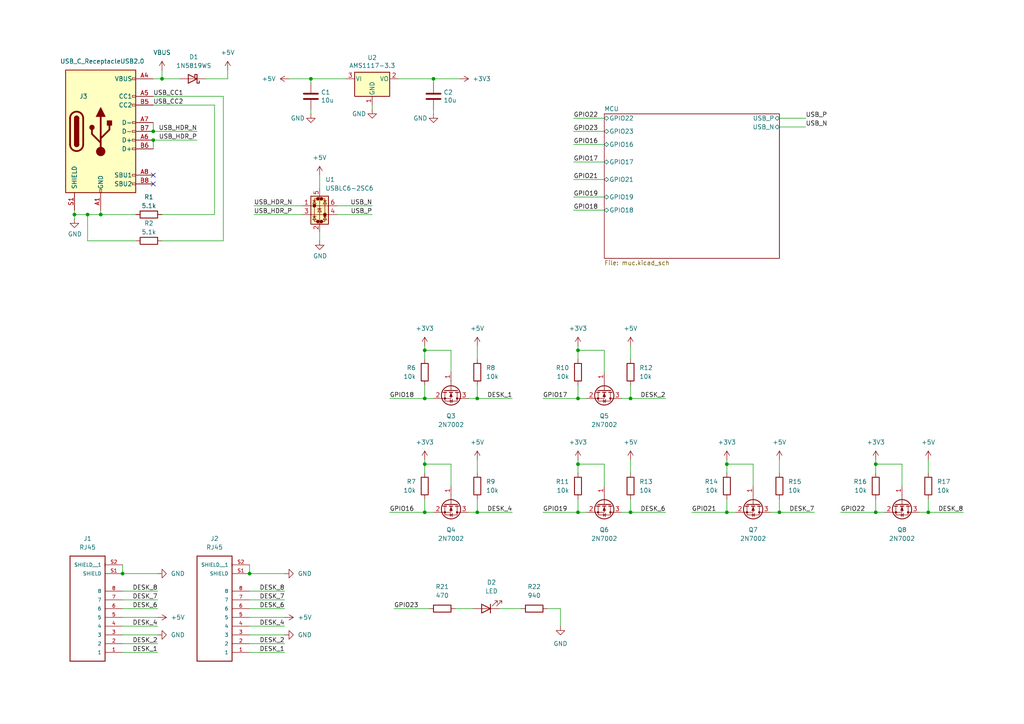
<source format=kicad_sch>
(kicad_sch (version 20231120) (generator "eeschema") (generator_version "8.0")
  (paper "A4")
  (title_block (title "Upsy Desky"))
  (lib_symbols
    (symbol "A-2004-2-4-LPS-N-R:A-2004-2-4-LPS-N-R" (pin_names (offset 1.016))
      (property "Reference" "J" (at -5.08 13.97 0))
      (property "Value" "A-2004-2-4-LPS-N-R" (at -5.08 -19.05 0))
      (symbol "A-2004-2-4-LPS-N-R_0_0"
        (polyline (pts (xy -5.08 -17.78) (xy 5.08 -17.78)) (stroke (width 0.254)))
        (polyline (pts (xy -5.08 -14.732) (xy -5.08 -15.748)) (stroke (width 0.254)))
        (polyline (pts (xy -5.08 12.7) (xy -5.08 -17.78)) (stroke (width 0.254)))
        (polyline (pts (xy 5.08 -17.78) (xy 5.08 12.7)) (stroke (width 0.254)))
        (polyline (pts (xy 5.08 12.7) (xy -5.08 12.7)) (stroke (width 0.254)))
        (pin passive line (at -10.16 10.16 0) (length 5.08) (name "1") (number "1"))
        (pin passive line (at -10.16 7.62 0) (length 5.08) (name "2") (number "2"))
        (pin passive line (at -10.16 5.08 0) (length 5.08) (name "3") (number "3"))
        (pin passive line (at -10.16 2.54 0) (length 5.08) (name "4") (number "4"))
        (pin passive line (at -10.16 0 0) (length 5.08) (name "5") (number "5"))
        (pin passive line (at -10.16 -2.54 0) (length 5.08) (name "6") (number "6"))
        (pin passive line (at -10.16 -5.08 0) (length 5.08) (name "7") (number "7"))
        (pin passive line (at -10.16 -7.62 0) (length 5.08) (name "8") (number "8"))
        (pin passive line (at -10.16 -12.7 0) (length 5.08) (name "SHIELD") (number "S1"))
        (pin passive line (at -10.16 -15.24 0) (length 5.08) (name "SHIELD__1") (number "S2"))
      )
    )
    (symbol "Connector:USB_C_Receptacle_USB2.0" (pin_names (offset 1.016))
      (property "Reference" "J" (at -10.16 19.05 0))
      (property "Value" "USB_C_Receptacle_USB2.0" (at 19.05 19.05 0))
      (symbol "USB_C_Receptacle_USB2.0_0_0"
        (rectangle (start -0.254 -17.78) (end 0.254 -16.764))
        (rectangle (start 10.16 -14.986) (end 9.144 -15.494))
        (rectangle (start 10.16 -12.446) (end 9.144 -12.954))
        (rectangle (start 10.16 -4.826) (end 9.144 -5.334))
        (rectangle (start 10.16 -2.286) (end 9.144 -2.794))
        (rectangle (start 10.16 0.254) (end 9.144 -0.254))
        (rectangle (start 10.16 2.794) (end 9.144 2.286))
        (rectangle (start 10.16 7.874) (end 9.144 7.366))
        (rectangle (start 10.16 10.414) (end 9.144 9.906))
        (rectangle (start 10.16 15.494) (end 9.144 14.986))
      )
      (symbol "USB_C_Receptacle_USB2.0_0_1"
        (rectangle (start -10.16 17.78) (end 10.16 -17.78) (stroke (width 0.254)) (fill (type background)))
        (arc (start -8.89 -3.81) (mid -6.985 -5.7067) (end -5.08 -3.81) (stroke (width 0.508)))
        (arc (start -7.62 -3.81) (mid -6.985 -4.4423) (end -6.35 -3.81) (stroke (width 0.254)))
        (arc (start -7.62 -3.81) (mid -6.985 -4.4423) (end -6.35 -3.81) (stroke (width 0.254)) (fill (type outline)))
        (rectangle (start -7.62 -3.81) (end -6.35 3.81) (stroke (width 0.254)) (fill (type outline)))
        (arc (start -6.35 3.81) (mid -6.985 4.4423) (end -7.62 3.81) (stroke (width 0.254)))
        (arc (start -6.35 3.81) (mid -6.985 4.4423) (end -7.62 3.81) (stroke (width 0.254)) (fill (type outline)))
        (arc (start -5.08 3.81) (mid -6.985 5.7067) (end -8.89 3.81) (stroke (width 0.508)))
        (circle (center -2.54 1.143) (radius 0.635) (stroke (width 0.254)) (fill (type outline)))
        (circle (center 0 -5.842) (radius 1.27) (fill (type outline)))
        (polyline (pts (xy -8.89 -3.81) (xy -8.89 3.81)) (stroke (width 0.508)))
        (polyline (pts (xy -5.08 3.81) (xy -5.08 -3.81)) (stroke (width 0.508)))
        (polyline (pts (xy 0 -5.842) (xy 0 4.318)) (stroke (width 0.508)))
        (polyline (pts (xy 0 -3.302) (xy -2.54 -0.762) (xy -2.54 0.508)) (stroke (width 0.508)))
        (polyline (pts (xy 0 -2.032) (xy 2.54 0.508) (xy 2.54 1.778)) (stroke (width 0.508)))
        (polyline (pts (xy -1.27 4.318) (xy 0 6.858) (xy 1.27 4.318) (xy -1.27 4.318)) (stroke (width 0.254)) (fill (type outline)))
        (rectangle (start 1.905 1.778) (end 3.175 3.048) (stroke (width 0.254)) (fill (type outline)))
      )
      (symbol "USB_C_Receptacle_USB2.0_1_1"
        (pin passive line (at 0 -22.86 90) (length 5.08) (name "GND") (number "A1"))
        (pin passive line (at 0 -22.86 90) (length 5.08) hide (name "GND") (number "A12"))
        (pin passive line (at 15.24 15.24 180) (length 5.08) (name "VBUS") (number "A4"))
        (pin bidirectional line (at 15.24 10.16 180) (length 5.08) (name "CC1") (number "A5"))
        (pin bidirectional line (at 15.24 -2.54 180) (length 5.08) (name "D+") (number "A6"))
        (pin bidirectional line (at 15.24 2.54 180) (length 5.08) (name "D-") (number "A7"))
        (pin bidirectional line (at 15.24 -12.7 180) (length 5.08) (name "SBU1") (number "A8"))
        (pin passive line (at 15.24 15.24 180) (length 5.08) hide (name "VBUS") (number "A9"))
        (pin passive line (at 0 -22.86 90) (length 5.08) hide (name "GND") (number "B1"))
        (pin passive line (at 0 -22.86 90) (length 5.08) hide (name "GND") (number "B12"))
        (pin passive line (at 15.24 15.24 180) (length 5.08) hide (name "VBUS") (number "B4"))
        (pin bidirectional line (at 15.24 7.62 180) (length 5.08) (name "CC2") (number "B5"))
        (pin bidirectional line (at 15.24 -5.08 180) (length 5.08) (name "D+") (number "B6"))
        (pin bidirectional line (at 15.24 0 180) (length 5.08) (name "D-") (number "B7"))
        (pin bidirectional line (at 15.24 -15.24 180) (length 5.08) (name "SBU2") (number "B8"))
        (pin passive line (at 15.24 15.24 180) (length 5.08) hide (name "VBUS") (number "B9"))
        (pin passive line (at -7.62 -22.86 90) (length 5.08) (name "SHIELD") (number "S1"))
      )
    )
    (symbol "Device:C" (pin_numbers hide) (pin_names (offset 0.254))
      (property "Reference" "C" (at 0.635 2.54 0))
      (property "Value" "C" (at 0.635 -2.54 0))
      (symbol "C_0_1"
        (polyline (pts (xy -2.032 -0.762) (xy 2.032 -0.762)) (stroke (width 0.508)))
        (polyline (pts (xy -2.032 0.762) (xy 2.032 0.762)) (stroke (width 0.508)))
      )
      (symbol "C_1_1"
        (pin passive line (at 0 3.81 270) (length 2.794) (name "~") (number "1"))
        (pin passive line (at 0 -3.81 90) (length 2.794) (name "~") (number "2"))
      )
    )
    (symbol "Device:LED" (pin_numbers hide) (pin_names (offset 1.016) hide)
      (property "Reference" "D" (at 0 2.54 0))
      (property "Value" "LED" (at 0 -2.54 0))
      (symbol "LED_0_1"
        (polyline (pts (xy -1.27 -1.27) (xy -1.27 1.27)) (stroke (width 0.254)))
        (polyline (pts (xy -1.27 0) (xy 1.27 0)))
        (polyline (pts (xy 1.27 -1.27) (xy 1.27 1.27) (xy -1.27 0) (xy 1.27 -1.27)) (stroke (width 0.254)))
        (polyline (pts (xy -3.048 -0.762) (xy -4.572 -2.286) (xy -3.81 -2.286) (xy -4.572 -2.286) (xy -4.572 -1.524)))
        (polyline (pts (xy -1.778 -0.762) (xy -3.302 -2.286) (xy -2.54 -2.286) (xy -3.302 -2.286) (xy -3.302 -1.524)))
      )
      (symbol "LED_1_1"
        (pin passive line (at -3.81 0 0) (length 2.54) (name "K") (number "1"))
        (pin passive line (at 3.81 0 180) (length 2.54) (name "A") (number "2"))
      )
    )
    (symbol "Device:R" (pin_numbers hide) (pin_names (offset 0))
      (property "Reference" "R" (at 2.032 0 90))
      (property "Value" "R" (at 0 0 90))
      (symbol "R_0_1"
        (rectangle (start -1.016 -2.54) (end 1.016 2.54) (stroke (width 0.254)))
      )
      (symbol "R_1_1"
        (pin passive line (at 0 3.81 270) (length 1.27) (name "~") (number "1"))
        (pin passive line (at 0 -3.81 90) (length 1.27) (name "~") (number "2"))
      )
    )
    (symbol "Diode:1N5817" (pin_numbers hide) (pin_names (offset 1.016) hide)
      (property "Reference" "D" (at 0 2.54 0))
      (property "Value" "1N5817" (at 0 -2.54 0))
      (symbol "1N5817_0_1"
        (polyline (pts (xy 1.27 0) (xy -1.27 0)))
        (polyline (pts (xy 1.27 1.27) (xy 1.27 -1.27) (xy -1.27 0) (xy 1.27 1.27)) (stroke (width 0.254)))
        (polyline (pts (xy -1.905 0.635) (xy -1.905 1.27) (xy -1.27 1.27) (xy -1.27 -1.27) (xy -0.635 -1.27) (xy -0.635 -0.635)) (stroke (width 0.254)))
      )
      (symbol "1N5817_1_1"
        (pin passive line (at -3.81 0 0) (length 2.54) (name "K") (number "1"))
        (pin passive line (at 3.81 0 180) (length 2.54) (name "A") (number "2"))
      )
    )
    (symbol "Power_Protection:USBLC6-2SC6" (pin_names hide)
      (property "Reference" "U" (at 0.635 5.715 0))
      (property "Value" "USBLC6-2SC6" (at 0.635 3.81 0))
      (symbol "USBLC6-2SC6_0_0"
        (circle (center -1.524 0) (radius 0.0001) (stroke (width 0.508)))
        (circle (center -0.508 -4.572) (radius 0.0001) (stroke (width 0.508)))
        (circle (center -0.508 2.032) (radius 0.0001) (stroke (width 0.508)))
        (circle (center 0.508 -4.572) (radius 0.0001) (stroke (width 0.508)))
        (circle (center 0.508 2.032) (radius 0.0001) (stroke (width 0.508)))
        (circle (center 1.524 -2.54) (radius 0.0001) (stroke (width 0.508)))
      )
      (symbol "USBLC6-2SC6_0_1"
        (polyline (pts (xy -2.54 -2.54) (xy 2.54 -2.54)))
        (polyline (pts (xy -2.54 0) (xy 2.54 0)))
        (polyline (pts (xy -2.032 -3.048) (xy -1.016 -3.048)))
        (polyline (pts (xy -1.016 1.524) (xy -2.032 1.524)))
        (polyline (pts (xy 1.016 -3.048) (xy 2.032 -3.048)))
        (polyline (pts (xy 1.016 1.524) (xy 2.032 1.524)))
        (polyline (pts (xy -0.508 -1.143) (xy -0.508 -0.762) (xy 0.508 -0.762)))
        (polyline (pts (xy -2.032 0.508) (xy -1.016 0.508) (xy -1.524 1.524) (xy -2.032 0.508)))
        (polyline (pts (xy -1.016 -4.064) (xy -2.032 -4.064) (xy -1.524 -3.048) (xy -1.016 -4.064)))
        (polyline (pts (xy 0.508 -1.778) (xy -0.508 -1.778) (xy 0 -0.762) (xy 0.508 -1.778)))
        (polyline (pts (xy 2.032 -4.064) (xy 1.016 -4.064) (xy 1.524 -3.048) (xy 2.032 -4.064)))
        (polyline (pts (xy 2.032 0.508) (xy 1.016 0.508) (xy 1.524 1.524) (xy 2.032 0.508)))
        (polyline (pts (xy 0 2.54) (xy -0.508 2.032) (xy 0.508 2.032) (xy 0 1.524) (xy 0 -4.064) (xy -0.508 -4.572) (xy 0.508 -4.572) (xy 0 -5.08)))
      )
      (symbol "USBLC6-2SC6_1_1"
        (rectangle (start -2.54 2.794) (end 2.54 -5.334) (stroke (width 0.254)) (fill (type background)))
        (polyline (pts (xy -0.508 2.032) (xy -1.524 2.032) (xy -1.524 -4.572) (xy -0.508 -4.572)))
        (polyline (pts (xy 0.508 -4.572) (xy 1.524 -4.572) (xy 1.524 2.032) (xy 0.508 2.032)))
        (pin passive line (at -5.08 0 0) (length 2.54) (name "I/O1") (number "1"))
        (pin passive line (at 0 -7.62 90) (length 2.54) (name "GND") (number "2"))
        (pin passive line (at -5.08 -2.54 0) (length 2.54) (name "I/O2") (number "3"))
        (pin passive line (at 5.08 -2.54 180) (length 2.54) (name "I/O2") (number "4"))
        (pin passive line (at 0 5.08 270) (length 2.54) (name "VBUS") (number "5"))
        (pin passive line (at 5.08 0 180) (length 2.54) (name "I/O1") (number "6"))
      )
    )
    (symbol "Regulator_Linear:NCP1117-3.3_SOT223" (pin_names (offset 0.254))
      (property "Reference" "U" (at -3.81 3.175 0))
      (property "Value" "NCP1117-3.3_SOT223" (at 0 3.175 0))
      (symbol "NCP1117-3.3_SOT223_0_1"
        (rectangle (start -5.08 -5.08) (end 5.08 1.905) (stroke (width 0.254)) (fill (type background)))
      )
      (symbol "NCP1117-3.3_SOT223_1_1"
        (pin power_in line (at 0 -7.62 90) (length 2.54) (name "GND") (number "1"))
        (pin power_out line (at 7.62 0 180) (length 2.54) (name "VO") (number "2"))
        (pin power_in line (at -7.62 0 0) (length 2.54) (name "VI") (number "3"))
      )
    )
    (symbol "Transistor_FET:BSS138" (pin_names hide)
      (property "Reference" "Q" (at 5.08 1.905 0))
      (property "Value" "BSS138" (at 5.08 0 0))
      (symbol "BSS138_0_1"
        (polyline (pts (xy 0.254 0) (xy -2.54 0)))
        (polyline (pts (xy 0.254 1.905) (xy 0.254 -1.905)) (stroke (width 0.254)))
        (polyline (pts (xy 0.762 -1.27) (xy 0.762 -2.286)) (stroke (width 0.254)))
        (polyline (pts (xy 0.762 0.508) (xy 0.762 -0.508)) (stroke (width 0.254)))
        (polyline (pts (xy 0.762 2.286) (xy 0.762 1.27)) (stroke (width 0.254)))
        (polyline (pts (xy 2.54 2.54) (xy 2.54 1.778)))
        (polyline (pts (xy 2.54 -2.54) (xy 2.54 0) (xy 0.762 0)))
        (polyline (pts (xy 0.762 -1.778) (xy 3.302 -1.778) (xy 3.302 1.778) (xy 0.762 1.778)))
        (polyline (pts (xy 1.016 0) (xy 2.032 0.381) (xy 2.032 -0.381) (xy 1.016 0)) (fill (type outline)))
        (polyline (pts (xy 2.794 0.508) (xy 2.921 0.381) (xy 3.683 0.381) (xy 3.81 0.254)))
        (polyline (pts (xy 3.302 0.381) (xy 2.921 -0.254) (xy 3.683 -0.254) (xy 3.302 0.381)))
        (circle (center 1.651 0) (radius 2.794) (stroke (width 0.254)))
        (circle (center 2.54 -1.778) (radius 0.254) (fill (type outline)))
        (circle (center 2.54 1.778) (radius 0.254) (fill (type outline)))
      )
      (symbol "BSS138_1_1"
        (pin input line (at -5.08 0 0) (length 2.54) (name "G") (number "1"))
        (pin passive line (at 2.54 -5.08 90) (length 2.54) (name "S") (number "2"))
        (pin passive line (at 2.54 5.08 270) (length 2.54) (name "D") (number "3"))
      )
    )
    (symbol "power:+3V3" (power) (pin_names (offset 0))
      (property "Value" "+3V3" (at 0 3.556 0))
      (symbol "+3V3_0_1"
        (polyline (pts (xy -0.762 1.27) (xy 0 2.54)))
        (polyline (pts (xy 0 0) (xy 0 2.54)))
        (polyline (pts (xy 0 2.54) (xy 0.762 1.27)))
      )
      (symbol "+3V3_1_1"
        (pin power_in line (at 0 0 90) (length 0) hide (name "+3V3") (number "1"))
      )
    )
    (symbol "power:+5V" (power) (pin_names (offset 0))
      (property "Value" "+5V" (at 0 3.556 0))
      (symbol "+5V_0_1"
        (polyline (pts (xy -0.762 1.27) (xy 0 2.54)))
        (polyline (pts (xy 0 0) (xy 0 2.54)))
        (polyline (pts (xy 0 2.54) (xy 0.762 1.27)))
      )
      (symbol "+5V_1_1"
        (pin power_in line (at 0 0 90) (length 0) hide (name "+5V") (number "1"))
      )
    )
    (symbol "power:GND" (power) (pin_names (offset 0))
      (property "Value" "GND" (at 0 -3.81 0))
      (symbol "GND_0_1"
        (polyline (pts (xy 0 0) (xy 0 -1.27) (xy 1.27 -1.27) (xy 0 -2.54) (xy -1.27 -1.27) (xy 0 -1.27)))
      )
      (symbol "GND_1_1"
        (pin power_in line (at 0 0 270) (length 0) hide (name "GND") (number "1"))
      )
    )
    (symbol "power:VBUS" (power) (pin_names (offset 0))
      (property "Value" "VBUS" (at 0 3.81 0))
      (symbol "VBUS_0_1"
        (polyline (pts (xy -0.762 1.27) (xy 0 2.54)))
        (polyline (pts (xy 0 0) (xy 0 2.54)))
        (polyline (pts (xy 0 2.54) (xy 0.762 1.27)))
      )
      (symbol "VBUS_1_1"
        (pin power_in line (at 0 0 90) (length 0) hide (name "VBUS") (number "1"))
      )
    )
  )
  (junction (at 167.64 101.6))
  (junction (at 125.73 22.86))
  (junction (at 138.43 115.57))
  (junction (at 123.19 101.6))
  (junction (at 182.88 115.57))
  (junction (at 29.21 62.23))
  (junction (at 254 148.59))
  (junction (at 226.06 148.59))
  (junction (at 35.56 166.37))
  (junction (at 167.64 134.62))
  (junction (at 123.19 115.57))
  (junction (at 269.24 148.59))
  (junction (at 167.64 148.59))
  (junction (at 21.59 62.23))
  (junction (at 123.19 148.59))
  (junction (at 72.39 166.37))
  (junction (at 44.45 38.1))
  (junction (at 210.82 148.59))
  (junction (at 123.19 134.62))
  (junction (at 25.4 62.23))
  (junction (at 138.43 148.59))
  (junction (at 167.64 115.57))
  (junction (at 44.45 40.64))
  (junction (at 182.88 148.59))
  (junction (at 90.17 22.86))
  (junction (at 46.99 22.86))
  (junction (at 254 134.62))
  (junction (at 210.82 134.62))
  (no_connect (at 44.45 50.8))
  (no_connect (at 44.45 53.34))
  (wire (pts (xy 226.06 148.59) (xy 236.22 148.59)))
  (wire (pts (xy 35.56 176.53) (xy 45.72 176.53)))
  (wire (pts (xy 25.4 62.23) (xy 21.59 62.23)))
  (wire (pts (xy 138.43 148.59) (xy 148.59 148.59)))
  (wire (pts (xy 138.43 144.78) (xy 138.43 148.59)))
  (wire (pts (xy 39.37 69.85) (xy 25.4 69.85)))
  (wire (pts (xy 29.21 62.23) (xy 25.4 62.23)))
  (wire (pts (xy 226.06 36.83) (xy 233.68 36.83)))
  (wire (pts (xy 243.84 148.59) (xy 254 148.59)))
  (wire (pts (xy 167.64 111.76) (xy 167.64 115.57)))
  (wire (pts (xy 210.82 148.59) (xy 213.36 148.59)))
  (wire (pts (xy 254 134.62) (xy 261.62 134.62)))
  (wire (pts (xy 180.34 115.57) (xy 182.88 115.57)))
  (wire (pts (xy 261.62 134.62) (xy 261.62 140.97)))
  (wire (pts (xy 210.82 133.35) (xy 210.82 134.62)))
  (wire (pts (xy 46.99 20.32) (xy 46.99 22.86)))
  (wire (pts (xy 25.4 69.85) (xy 25.4 62.23)))
  (wire (pts (xy 113.03 148.59) (xy 123.19 148.59)))
  (wire (pts (xy 182.88 100.33) (xy 182.88 104.14)))
  (wire (pts (xy 123.19 100.33) (xy 123.19 101.6)))
  (wire (pts (xy 35.56 163.83) (xy 35.56 166.37)))
  (wire (pts (xy 254 148.59) (xy 256.54 148.59)))
  (wire (pts (xy 166.37 52.07) (xy 175.26 52.07)))
  (wire (pts (xy 166.37 41.91) (xy 175.26 41.91)))
  (wire (pts (xy 72.39 179.07) (xy 82.55 179.07)))
  (wire (pts (xy 123.19 134.62) (xy 130.81 134.62)))
  (wire (pts (xy 130.81 101.6) (xy 130.81 107.95)))
  (wire (pts (xy 210.82 134.62) (xy 218.44 134.62)))
  (wire (pts (xy 44.45 30.48) (xy 62.23 30.48)))
  (wire (pts (xy 218.44 134.62) (xy 218.44 140.97)))
  (wire (pts (xy 254 133.35) (xy 254 134.62)))
  (wire (pts (xy 182.88 115.57) (xy 193.04 115.57)))
  (wire (pts (xy 123.19 134.62) (xy 123.19 137.16)))
  (wire (pts (xy 167.64 134.62) (xy 175.26 134.62)))
  (wire (pts (xy 125.73 24.13) (xy 125.73 22.86)))
  (wire (pts (xy 166.37 38.1) (xy 175.26 38.1)))
  (wire (pts (xy 46.99 22.86) (xy 52.07 22.86)))
  (wire (pts (xy 90.17 31.75) (xy 90.17 33.02)))
  (wire (pts (xy 162.56 176.53) (xy 162.56 181.61)))
  (wire (pts (xy 166.37 46.99) (xy 175.26 46.99)))
  (wire (pts (xy 35.56 184.15) (xy 45.72 184.15)))
  (wire (pts (xy 135.89 115.57) (xy 138.43 115.57)))
  (wire (pts (xy 35.56 186.69) (xy 45.72 186.69)))
  (wire (pts (xy 180.34 148.59) (xy 182.88 148.59)))
  (wire (pts (xy 115.57 22.86) (xy 125.73 22.86)))
  (wire (pts (xy 226.06 133.35) (xy 226.06 137.16)))
  (wire (pts (xy 132.08 176.53) (xy 137.16 176.53)))
  (wire (pts (xy 138.43 133.35) (xy 138.43 137.16)))
  (wire (pts (xy 138.43 111.76) (xy 138.43 115.57)))
  (wire (pts (xy 123.19 148.59) (xy 125.73 148.59)))
  (wire (pts (xy 123.19 101.6) (xy 123.19 104.14)))
  (wire (pts (xy 66.04 20.32) (xy 66.04 22.86)))
  (wire (pts (xy 64.77 69.85) (xy 46.99 69.85)))
  (wire (pts (xy 35.56 181.61) (xy 45.72 181.61)))
  (wire (pts (xy 114.3 176.53) (xy 124.46 176.53)))
  (wire (pts (xy 269.24 148.59) (xy 279.4 148.59)))
  (wire (pts (xy 21.59 62.23) (xy 21.59 63.5)))
  (wire (pts (xy 97.79 59.69) (xy 107.95 59.69)))
  (wire (pts (xy 59.69 22.86) (xy 66.04 22.86)))
  (wire (pts (xy 72.39 189.23) (xy 82.55 189.23)))
  (wire (pts (xy 269.24 133.35) (xy 269.24 137.16)))
  (wire (pts (xy 44.45 35.56) (xy 44.45 38.1)))
  (wire (pts (xy 167.64 148.59) (xy 170.18 148.59)))
  (wire (pts (xy 200.66 148.59) (xy 210.82 148.59)))
  (wire (pts (xy 138.43 115.57) (xy 148.59 115.57)))
  (wire (pts (xy 254 134.62) (xy 254 137.16)))
  (wire (pts (xy 62.23 30.48) (xy 62.23 62.23)))
  (wire (pts (xy 157.48 148.59) (xy 167.64 148.59)))
  (wire (pts (xy 72.39 173.99) (xy 82.55 173.99)))
  (wire (pts (xy 138.43 100.33) (xy 138.43 104.14)))
  (wire (pts (xy 44.45 22.86) (xy 46.99 22.86)))
  (wire (pts (xy 35.56 173.99) (xy 45.72 173.99)))
  (wire (pts (xy 125.73 31.75) (xy 125.73 33.02)))
  (wire (pts (xy 35.56 179.07) (xy 45.72 179.07)))
  (wire (pts (xy 73.66 59.69) (xy 87.63 59.69)))
  (wire (pts (xy 254 144.78) (xy 254 148.59)))
  (wire (pts (xy 166.37 57.15) (xy 175.26 57.15)))
  (wire (pts (xy 226.06 144.78) (xy 226.06 148.59)))
  (wire (pts (xy 29.21 60.96) (xy 29.21 62.23)))
  (wire (pts (xy 123.19 144.78) (xy 123.19 148.59)))
  (wire (pts (xy 72.39 166.37) (xy 82.55 166.37)))
  (wire (pts (xy 44.45 40.64) (xy 57.15 40.64)))
  (wire (pts (xy 167.64 133.35) (xy 167.64 134.62)))
  (wire (pts (xy 226.06 34.29) (xy 233.68 34.29)))
  (wire (pts (xy 182.88 111.76) (xy 182.88 115.57)))
  (wire (pts (xy 167.64 115.57) (xy 170.18 115.57)))
  (wire (pts (xy 64.77 27.94) (xy 64.77 69.85)))
  (wire (pts (xy 35.56 166.37) (xy 45.72 166.37)))
  (wire (pts (xy 21.59 60.96) (xy 21.59 62.23)))
  (wire (pts (xy 92.71 67.31) (xy 92.71 69.85)))
  (wire (pts (xy 167.64 134.62) (xy 167.64 137.16)))
  (wire (pts (xy 167.64 144.78) (xy 167.64 148.59)))
  (wire (pts (xy 72.39 171.45) (xy 82.55 171.45)))
  (wire (pts (xy 182.88 133.35) (xy 182.88 137.16)))
  (wire (pts (xy 92.71 50.8) (xy 92.71 54.61)))
  (wire (pts (xy 72.39 181.61) (xy 82.55 181.61)))
  (wire (pts (xy 182.88 144.78) (xy 182.88 148.59)))
  (wire (pts (xy 123.19 133.35) (xy 123.19 134.62)))
  (wire (pts (xy 113.03 115.57) (xy 123.19 115.57)))
  (wire (pts (xy 73.66 62.23) (xy 87.63 62.23)))
  (wire (pts (xy 167.64 101.6) (xy 167.64 104.14)))
  (wire (pts (xy 166.37 60.96) (xy 175.26 60.96)))
  (wire (pts (xy 83.82 22.86) (xy 90.17 22.86)))
  (wire (pts (xy 157.48 115.57) (xy 167.64 115.57)))
  (wire (pts (xy 175.26 101.6) (xy 175.26 107.95)))
  (wire (pts (xy 266.7 148.59) (xy 269.24 148.59)))
  (wire (pts (xy 144.78 176.53) (xy 151.13 176.53)))
  (wire (pts (xy 62.23 62.23) (xy 46.99 62.23)))
  (wire (pts (xy 29.21 62.23) (xy 39.37 62.23)))
  (wire (pts (xy 35.56 171.45) (xy 45.72 171.45)))
  (wire (pts (xy 175.26 134.62) (xy 175.26 140.97)))
  (wire (pts (xy 125.73 22.86) (xy 133.35 22.86)))
  (wire (pts (xy 210.82 144.78) (xy 210.82 148.59)))
  (wire (pts (xy 123.19 101.6) (xy 130.81 101.6)))
  (wire (pts (xy 72.39 186.69) (xy 82.55 186.69)))
  (wire (pts (xy 223.52 148.59) (xy 226.06 148.59)))
  (wire (pts (xy 130.81 134.62) (xy 130.81 140.97)))
  (wire (pts (xy 167.64 100.33) (xy 167.64 101.6)))
  (wire (pts (xy 100.33 22.86) (xy 90.17 22.86)))
  (wire (pts (xy 72.39 176.53) (xy 82.55 176.53)))
  (wire (pts (xy 135.89 148.59) (xy 138.43 148.59)))
  (wire (pts (xy 44.45 27.94) (xy 64.77 27.94)))
  (wire (pts (xy 123.19 111.76) (xy 123.19 115.57)))
  (wire (pts (xy 72.39 163.83) (xy 72.39 166.37)))
  (wire (pts (xy 123.19 115.57) (xy 125.73 115.57)))
  (wire (pts (xy 44.45 40.64) (xy 44.45 43.18)))
  (wire (pts (xy 210.82 134.62) (xy 210.82 137.16)))
  (wire (pts (xy 158.75 176.53) (xy 162.56 176.53)))
  (wire (pts (xy 166.37 34.29) (xy 175.26 34.29)))
  (wire (pts (xy 107.95 30.48) (xy 107.95 31.75)))
  (wire (pts (xy 44.45 38.1) (xy 57.15 38.1)))
  (wire (pts (xy 167.64 101.6) (xy 175.26 101.6)))
  (wire (pts (xy 182.88 148.59) (xy 193.04 148.59)))
  (wire (pts (xy 72.39 184.15) (xy 82.55 184.15)))
  (wire (pts (xy 35.56 189.23) (xy 45.72 189.23)))
  (wire (pts (xy 97.79 62.23) (xy 107.95 62.23)))
  (wire (pts (xy 90.17 24.13) (xy 90.17 22.86)))
  (wire (pts (xy 269.24 144.78) (xy 269.24 148.59)))
  (label "USB_HDR_N" (at 73.66 59.69 0))
  (label "USB_CC1" (at 44.45 27.94 0))
  (label "DESK_7" (at 82.55 173.99 180))
  (label "DESK_8" (at 279.4 148.59 180))
  (label "DESK_1" (at 82.55 189.23 180))
  (label "DESK_6" (at 82.55 176.53 180))
  (label "USB_CC2" (at 44.45 30.48 0))
  (label "DESK_4" (at 82.55 181.61 180))
  (label "USB_HDR_P" (at 73.66 62.23 0))
  (label "GPIO16" (at 113.03 148.59 0))
  (label "GPIO19" (at 157.48 148.59 0))
  (label "USB_HDR_P" (at 57.15 40.64 180))
  (label "DESK_2" (at 45.72 186.69 180))
  (label "GPIO21" (at 200.66 148.59 0))
  (label "DESK_4" (at 45.72 181.61 180))
  (label "DESK_2" (at 82.55 186.69 180))
  (label "GPIO17" (at 166.37 46.99 0))
  (label "USB_HDR_N" (at 57.15 38.1 180))
  (label "GPIO22" (at 166.37 34.29 0))
  (label "USB_N" (at 107.95 59.69 180))
  (label "GPIO23" (at 166.37 38.1 0))
  (label "GPIO22" (at 243.84 148.59 0))
  (label "DESK_6" (at 45.72 176.53 180))
  (label "DESK_8" (at 45.72 171.45 180))
  (label "GPIO19" (at 166.37 57.15 0))
  (label "GPIO23" (at 114.3 176.53 0))
  (label "DESK_6" (at 193.04 148.59 180))
  (label "GPIO17" (at 157.48 115.57 0))
  (label "USB_N" (at 233.68 36.83 0))
  (label "GPIO21" (at 166.37 52.07 0))
  (label "DESK_1" (at 148.59 115.57 180))
  (label "DESK_2" (at 193.04 115.57 180))
  (label "DESK_4" (at 148.59 148.59 180))
  (label "GPIO18" (at 113.03 115.57 0))
  (label "USB_P" (at 233.68 34.29 0))
  (label "DESK_8" (at 82.55 171.45 180))
  (label "USB_P" (at 107.95 62.23 180))
  (label "GPIO16" (at 166.37 41.91 0))
  (label "DESK_7" (at 236.22 148.59 180))
  (label "DESK_7" (at 45.72 173.99 180))
  (label "DESK_1" (at 45.72 189.23 180))
  (label "GPIO18" (at 166.37 60.96 0))
  (symbol (lib_id "power:+3V3") (at 123.19 100.33 0) (unit 1)
    (property "Reference" "#PWR03" (effects (hide yes)))
    (property "Value" "+3V3" (at 123.19 95.25 0))
  )
  (symbol (lib_id "power:+5V") (at 83.82 22.86 90) (unit 1)
    (property "Reference" "#PWR016" (effects (hide yes)))
    (property "Value" "+5V" (at 80.01 22.8599 90) (effects (justify left)))
  )
  (symbol (lib_id "power:+5V") (at 182.88 133.35 0) (unit 1)
    (property "Reference" "#PWR024" (effects (hide yes)))
    (property "Value" "+5V" (at 182.88 128.27 0))
  )
  (symbol (lib_id "Device:R") (at 254 140.97 180) (unit 1)
    (property "Reference" "R16" (at 251.46 139.6999 0) (effects (justify left)))
    (property "Value" "10k" (at 251.46 142.2399 0) (effects (justify left)))
    (property "Footprint" "Resistor_SMD:R_0402_1005Metric" (effects (hide yes)))
    (property "LCSC" "C25744" (effects (hide yes)))
    (property "Checked" "Y" (effects (hide yes)))
    (property "Comment" "Any 5V or higher rated resistor will work fine" (effects (hide yes)))
    (property "Package" "0402" (effects (hide yes)))
    (property "MPN" "RC0402JR-1310KL" (effects (hide yes)))
  )
  (symbol (lib_id "Transistor_FET:BSS138") (at 175.26 113.03 270) (unit 1)
    (property "Reference" "Q5" (at 175.26 120.65 90))
    (property "Value" "2N7002" (at 175.26 123.19 90))
    (property "Footprint" "Package_TO_SOT_SMD:SOT-23" (effects (hide yes)))
    (property "Datasheet" "https://www.onsemi.com/pub/Collateral/BSS138-D.PDF" (effects (hide yes)))
    (property "LCSC" "C8545" (effects (hide yes)))
    (property "Checked" "Y" (effects (hide yes)))
    (property "MPN" "2N7002" (effects (hide yes)))
    (property "Package" "SOT-23" (effects (hide yes)))
  )
  (symbol (lib_id "Connector:USB_C_Receptacle_USB2.0") (at 29.21 38.1 0) (unit 1)
    (property "Reference" "J3" (at 25.4 27.94 0) (effects (justify right)))
    (property "Value" "USB_C_ReceptacleUSB2.0" (at 41.91 17.78 0) (effects (justify right)))
    (property "Footprint" "Connector_USB:USB_C_Receptacle_Palconn_UTC16-G" (effects (hide yes)))
    (property "Datasheet" "https://www.usb.org/sites/default/files/documents/usb_type-c.zip" (effects (hide yes)))
    (property "LCSC" "C165948" (effects (hide yes)))
    (property "Checked" "Y" (effects (hide yes)))
    (property "MPN" "TYPE-C-31-M-12" (effects (hide yes)))
  )
  (symbol (lib_id "Device:R") (at 226.06 140.97 180) (unit 1)
    (property "Reference" "R15" (at 228.6 139.6999 0) (effects (justify right)))
    (property "Value" "10k" (at 228.6 142.2399 0) (effects (justify right)))
    (property "Footprint" "Resistor_SMD:R_0402_1005Metric" (effects (hide yes)))
    (property "LCSC" "C25744" (effects (hide yes)))
    (property "Checked" "Y" (effects (hide yes)))
    (property "Comment" "Any 5V or higher rated resistor will work fine" (effects (hide yes)))
    (property "Package" "0402" (effects (hide yes)))
    (property "MPN" "RC0402JR-1310KL" (effects (hide yes)))
  )
  (symbol (lib_id "Regulator_Linear:NCP1117-3.3_SOT223") (at 107.95 22.86 0) (unit 1)
    (property "Reference" "U2" (at 107.95 16.7132 0))
    (property "Value" "AMS1117-3.3" (at 107.95 19.0246 0))
    (property "Footprint" "Package_TO_SOT_SMD:SOT-223-3_TabPin2" (effects (hide yes)))
    (property "Datasheet" "http://www.onsemi.com/pub_link/Collateral/NCP1117-D.PDF" (effects (hide yes)))
    (property "LCSC" "C6186" (effects (hide yes)))
    (property "Checked" "Y" (effects (hide yes)))
    (property "MPN" "AMS1117-3.3" (effects (hide yes)))
    (property "Package" "SOT-223" (effects (hide yes)))
  )
  (symbol (lib_id "power:GND") (at 45.72 184.15 90) (unit 1)
    (property "Reference" "#PWR0105" (effects (hide yes)))
    (property "Value" "GND" (at 49.53 184.1499 90) (effects (justify right)))
  )
  (symbol (lib_id "power:+3V3") (at 254 133.35 0) (unit 1)
    (property "Reference" "#PWR027" (effects (hide yes)))
    (property "Value" "+3V3" (at 254 128.27 0))
  )
  (symbol (lib_id "power:GND") (at 92.71 69.85 0) (unit 1)
    (property "Reference" "#PWR04" (effects (hide yes)))
    (property "Value" "GND" (at 92.837 74.2442 0))
  )
  (symbol (lib_id "A-2004-2-4-LPS-N-R:A-2004-2-4-LPS-N-R") (at 25.4 179.07 180) (unit 1)
    (property "Reference" "J1" (at 25.4 156.21 0))
    (property "Value" "RJ45" (at 25.4 158.75 0))
    (property "Footprint" "footprints:ASSMANN_A-2004-2-4-LPS-N-R" (effects (hide yes)))
    (property "MANUFACTURER" "Amphenol ICC (FCI)" (effects (hide yes)))
    (property "STANDARD" "Manufacturer recommendations" (effects (hide yes)))
    (property "MAXIMUM_PACKAGE_HEIGHT" "13.4mm" (effects (hide yes)))
    (property "PARTREV" "00" (effects (hide yes)))
    (property "Purchase" "https://www.digikey.com/en/products/detail/amphenol-cs-fci/54601-708LF/7589419" (effects (hide yes)))
    (property "MPN" "54601-708LF" (effects (hide yes)))
    (property "LCSC" "C708595" (effects (hide yes)))
  )
  (symbol (lib_id "power:+5V") (at 138.43 100.33 0) (unit 1)
    (property "Reference" "#PWR019" (effects (hide yes)))
    (property "Value" "+5V" (at 138.43 95.25 0))
  )
  (symbol (lib_id "power:GND") (at 125.73 33.02 0) (unit 1)
    (property "Reference" "#PWR09" (effects (hide yes)))
    (property "Value" "GND" (at 121.92 34.29 0))
  )
  (symbol (lib_id "power:GND") (at 21.59 63.5 0) (unit 1)
    (property "Reference" "#PWR02" (effects (hide yes)))
    (property "Value" "GND" (at 21.717 67.8942 0))
  )
  (symbol (lib_id "power:GND") (at 82.55 184.15 90) (unit 1)
    (property "Reference" "#PWR0106" (effects (hide yes)))
    (property "Value" "GND" (at 86.36 184.1499 90) (effects (justify right)))
  )
  (symbol (lib_id "power:+5V") (at 182.88 100.33 0) (unit 1)
    (property "Reference" "#PWR023" (effects (hide yes)))
    (property "Value" "+5V" (at 182.88 95.25 0))
  )
  (symbol (lib_id "power:GND") (at 107.95 31.75 0) (unit 1)
    (property "Reference" "#PWR08" (effects (hide yes)))
    (property "Value" "GND" (at 104.14 33.02 0))
  )
  (symbol (lib_id "power:VBUS") (at 46.99 20.32 0) (unit 1)
    (property "Reference" "#PWR0101" (effects (hide yes)))
    (property "Value" "VBUS" (at 46.99 15.24 0))
  )
  (symbol (lib_id "power:+3V3") (at 167.64 100.33 0) (unit 1)
    (property "Reference" "#PWR021" (effects (hide yes)))
    (property "Value" "+3V3" (at 167.64 95.25 0))
  )
  (symbol (lib_id "Device:C") (at 90.17 27.94 0) (unit 1)
    (property "Reference" "C1" (at 93.091 26.7716 0) (effects (justify left)))
    (property "Value" "10u" (at 93.091 29.083 0) (effects (justify left)))
    (property "Footprint" "Capacitor_SMD:C_0402_1005Metric" (effects (hide yes)))
    (property "LCSC" "C15525" (effects (hide yes)))
    (property "Checked" "Y" (effects (hide yes)))
    (property "Comment" "Any 5V or higher rated capacitor will work fine" (effects (hide yes)))
    (property "Package" "0402" (effects (hide yes)))
    (property "MPN" "GRM155R60J106ME05J" (effects (hide yes)))
  )
  (symbol (lib_id "power:GND") (at 90.17 33.02 0) (unit 1)
    (property "Reference" "#PWR06" (effects (hide yes)))
    (property "Value" "GND" (at 86.36 34.29 0))
  )
  (symbol (lib_id "power:+5V") (at 226.06 133.35 0) (unit 1)
    (property "Reference" "#PWR026" (effects (hide yes)))
    (property "Value" "+5V" (at 226.06 128.27 0))
  )
  (symbol (lib_id "power:+5V") (at 138.43 133.35 0) (unit 1)
    (property "Reference" "#PWR020" (effects (hide yes)))
    (property "Value" "+5V" (at 138.43 128.27 0))
  )
  (symbol (lib_id "power:+3V3") (at 123.19 133.35 0) (unit 1)
    (property "Reference" "#PWR018" (effects (hide yes)))
    (property "Value" "+3V3" (at 123.19 128.27 0))
  )
  (symbol (lib_id "Device:R") (at 138.43 107.95 180) (unit 1)
    (property "Reference" "R8" (at 140.97 106.6799 0) (effects (justify right)))
    (property "Value" "10k" (at 140.97 109.2199 0) (effects (justify right)))
    (property "Footprint" "Resistor_SMD:R_0402_1005Metric" (effects (hide yes)))
    (property "LCSC" "C25744" (effects (hide yes)))
    (property "Checked" "Y" (effects (hide yes)))
    (property "Comment" "Any 5V or higher rated resistor will work fine" (effects (hide yes)))
    (property "Package" "0402" (effects (hide yes)))
    (property "MPN" "RC0402JR-1310KL" (effects (hide yes)))
  )
  (symbol (lib_id "Power_Protection:USBLC6-2SC6") (at 92.71 59.69 0) (unit 1)
    (property "Reference" "U1" (at 94.3611 52.07 0) (effects (justify left)))
    (property "Value" "USBLC6-2SC6" (at 94.3611 54.61 0) (effects (justify left)))
    (property "Footprint" "Package_TO_SOT_SMD:SOT-23-6" (effects (hide yes)))
    (property "Datasheet" "https://www.st.com/resource/en/datasheet/usblc6-2.pdf" (effects (hide yes)))
    (property "Description" "Very low capacitance ESD protection diode, 2 data-line, SOT-23-6" (effects (hide yes)))
  )
  (symbol (lib_id "power:+5V") (at 269.24 133.35 0) (unit 1)
    (property "Reference" "#PWR028" (effects (hide yes)))
    (property "Value" "+5V" (at 269.24 128.27 0))
  )
  (symbol (lib_id "power:+3V3") (at 133.35 22.86 270) (unit 1)
    (property "Reference" "#PWR010" (effects (hide yes)))
    (property "Value" "+3V3" (at 139.7 22.86 90))
  )
  (symbol (lib_id "Device:R") (at 167.64 140.97 180) (unit 1)
    (property "Reference" "R11" (at 165.1 139.6999 0) (effects (justify left)))
    (property "Value" "10k" (at 165.1 142.2399 0) (effects (justify left)))
    (property "Footprint" "Resistor_SMD:R_0402_1005Metric" (effects (hide yes)))
    (property "LCSC" "C25744" (effects (hide yes)))
    (property "Checked" "Y" (effects (hide yes)))
    (property "Comment" "Any 5V or higher rated resistor will work fine" (effects (hide yes)))
    (property "Package" "0402" (effects (hide yes)))
    (property "MPN" "RC0402JR-1310KL" (effects (hide yes)))
  )
  (symbol (lib_id "Device:R") (at 269.24 140.97 180) (unit 1)
    (property "Reference" "R17" (at 271.78 139.6999 0) (effects (justify right)))
    (property "Value" "10k" (at 271.78 142.2399 0) (effects (justify right)))
    (property "Footprint" "Resistor_SMD:R_0402_1005Metric" (effects (hide yes)))
    (property "LCSC" "C25744" (effects (hide yes)))
    (property "Checked" "Y" (effects (hide yes)))
    (property "Comment" "Any 5V or higher rated resistor will work fine" (effects (hide yes)))
    (property "Package" "0402" (effects (hide yes)))
    (property "MPN" "RC0402JR-1310KL" (effects (hide yes)))
  )
  (symbol (lib_id "power:GND") (at 82.55 166.37 90) (unit 1)
    (property "Reference" "#PWR01" (effects (hide yes)))
    (property "Value" "GND" (at 86.36 166.3699 90) (effects (justify right)))
  )
  (symbol (lib_id "Device:R") (at 182.88 140.97 180) (unit 1)
    (property "Reference" "R13" (at 185.42 139.6999 0) (effects (justify right)))
    (property "Value" "10k" (at 185.42 142.2399 0) (effects (justify right)))
    (property "Footprint" "Resistor_SMD:R_0402_1005Metric" (effects (hide yes)))
    (property "LCSC" "C25744" (effects (hide yes)))
    (property "Checked" "Y" (effects (hide yes)))
    (property "Comment" "Any 5V or higher rated resistor will work fine" (effects (hide yes)))
    (property "Package" "0402" (effects (hide yes)))
    (property "MPN" "RC0402JR-1310KL" (effects (hide yes)))
  )
  (symbol (lib_id "Device:R") (at 210.82 140.97 180) (unit 1)
    (property "Reference" "R14" (at 208.28 139.6999 0) (effects (justify left)))
    (property "Value" "10k" (at 208.28 142.2399 0) (effects (justify left)))
    (property "Footprint" "Resistor_SMD:R_0402_1005Metric" (effects (hide yes)))
    (property "LCSC" "C25744" (effects (hide yes)))
    (property "Checked" "Y" (effects (hide yes)))
    (property "Comment" "Any 5V or higher rated resistor will work fine" (effects (hide yes)))
    (property "Package" "0402" (effects (hide yes)))
    (property "MPN" "RC0402JR-1310KL" (effects (hide yes)))
  )
  (symbol (lib_id "Device:R") (at 154.94 176.53 90) (unit 1)
    (property "Reference" "R22" (at 154.94 170.18 90))
    (property "Value" "940" (at 154.94 172.72 90))
    (property "Footprint" "Resistor_SMD:R_0402_1005Metric" (effects (hide yes)))
    (property "LCSC" "C11702" (effects (hide yes)))
    (property "Checked" "Y" (effects (hide yes)))
    (property "Comment" "Any 5V or higher rated resistor will work fine" (effects (hide yes)))
    (property "Package" "0402" (effects (hide yes)))
    (property "MPN" "RMCF0402FT953R" (effects (hide yes)))
  )
  (symbol (lib_id "Device:C") (at 125.73 27.94 0) (unit 1)
    (property "Reference" "C2" (at 128.651 26.7716 0) (effects (justify left)))
    (property "Value" "10u" (at 128.651 29.083 0) (effects (justify left)))
    (property "Footprint" "Capacitor_SMD:C_0402_1005Metric" (effects (hide yes)))
    (property "LCSC" "C15525" (effects (hide yes)))
    (property "Checked" "Y" (effects (hide yes)))
    (property "Comment" "Any 5V or higher rated capacitor will work fine" (effects (hide yes)))
    (property "Package" "0402" (effects (hide yes)))
    (property "MPN" "GRM155R60J106ME05J" (effects (hide yes)))
  )
  (symbol (lib_id "Device:R") (at 182.88 107.95 180) (unit 1)
    (property "Reference" "R12" (at 185.42 106.6799 0) (effects (justify right)))
    (property "Value" "10k" (at 185.42 109.2199 0) (effects (justify right)))
    (property "Footprint" "Resistor_SMD:R_0402_1005Metric" (effects (hide yes)))
    (property "LCSC" "C25744" (effects (hide yes)))
    (property "Checked" "Y" (effects (hide yes)))
    (property "Comment" "Any 5V or higher rated resistor will work fine" (effects (hide yes)))
    (property "Package" "0402" (effects (hide yes)))
    (property "MPN" "RC0402JR-1310KL" (effects (hide yes)))
  )
  (symbol (lib_id "Device:LED") (at 140.97 176.53 180) (unit 1)
    (property "Reference" "D2" (at 142.5575 168.91 0))
    (property "Value" "LED" (at 142.5575 171.45 0))
    (property "Footprint" "LED_SMD:LED_0603_1608Metric" (effects (hide yes)))
    (property "LCSC" "C2286" (effects (hide yes)))
    (property "Checked" "Y" (effects (hide yes)))
    (property "Comment" "Any ~2.2V red LED is fine" (effects (hide yes)))
    (property "MPN" "LTST-C190KRKT" (effects (hide yes)))
    (property "Package" "0603" (effects (hide yes)))
  )
  (symbol (lib_id "Device:R") (at 128.27 176.53 90) (unit 1)
    (property "Reference" "R21" (at 128.27 170.18 90))
    (property "Value" "470" (at 128.27 172.72 90))
    (property "Footprint" "Resistor_SMD:R_0402_1005Metric" (effects (hide yes)))
    (property "LCSC" "C25117" (effects (hide yes)))
    (property "Checked" "Y" (effects (hide yes)))
    (property "Comment" "Any 5V or higher rated resistor will work fine" (effects (hide yes)))
    (property "Package" "0402" (effects (hide yes)))
    (property "MPN" "RC1005J471CS" (effects (hide yes)))
  )
  (symbol (lib_id "Device:R") (at 138.43 140.97 180) (unit 1)
    (property "Reference" "R9" (at 140.97 139.6999 0) (effects (justify right)))
    (property "Value" "10k" (at 140.97 142.2399 0) (effects (justify right)))
    (property "Footprint" "Resistor_SMD:R_0402_1005Metric" (effects (hide yes)))
    (property "LCSC" "C25744" (effects (hide yes)))
    (property "Checked" "Y" (effects (hide yes)))
    (property "Comment" "Any 5V or higher rated resistor will work fine" (effects (hide yes)))
    (property "Package" "0402" (effects (hide yes)))
    (property "MPN" "RC0402JR-1310KL" (effects (hide yes)))
  )
  (symbol (lib_id "Device:R") (at 43.18 62.23 90) (unit 1)
    (property "Reference" "R1" (at 43.18 57.15 90))
    (property "Value" "5.1k" (at 43.18 59.69 90))
    (property "Footprint" "Resistor_SMD:R_0402_1005Metric" (effects (hide yes)))
    (property "LCSC" "C25905" (effects (hide yes)))
    (property "Checked" "Y" (effects (hide yes)))
    (property "Comment" "Any 5V or higher rated resistor will work fine" (effects (hide yes)))
    (property "Package" "0402" (effects (hide yes)))
    (property "MPN" "RC0402JR-075R1L" (effects (hide yes)))
  )
  (symbol (lib_id "Transistor_FET:BSS138") (at 175.26 146.05 270) (unit 1)
    (property "Reference" "Q6" (at 175.26 153.67 90))
    (property "Value" "2N7002" (at 175.26 156.21 90))
    (property "Footprint" "Package_TO_SOT_SMD:SOT-23" (effects (hide yes)))
    (property "Datasheet" "https://www.onsemi.com/pub/Collateral/BSS138-D.PDF" (effects (hide yes)))
    (property "LCSC" "C8545" (effects (hide yes)))
    (property "Checked" "Y" (effects (hide yes)))
    (property "MPN" "2N7002" (effects (hide yes)))
    (property "Package" "SOT-23" (effects (hide yes)))
  )
  (symbol (lib_id "Device:R") (at 123.19 107.95 180) (unit 1)
    (property "Reference" "R6" (at 120.65 106.6799 0) (effects (justify left)))
    (property "Value" "10k" (at 120.65 109.2199 0) (effects (justify left)))
    (property "Footprint" "Resistor_SMD:R_0402_1005Metric" (effects (hide yes)))
    (property "LCSC" "C25744" (effects (hide yes)))
    (property "Checked" "Y" (effects (hide yes)))
    (property "Comment" "Any 5V or higher rated resistor will work fine" (effects (hide yes)))
    (property "Package" "0402" (effects (hide yes)))
    (property "MPN" "RC0402JR-1310KL" (effects (hide yes)))
  )
  (symbol (lib_id "Transistor_FET:BSS138") (at 130.81 146.05 270) (unit 1)
    (property "Reference" "Q4" (at 130.81 153.67 90))
    (property "Value" "2N7002" (at 130.81 156.21 90))
    (property "Footprint" "Package_TO_SOT_SMD:SOT-23" (effects (hide yes)))
    (property "Datasheet" "https://www.onsemi.com/pub/Collateral/BSS138-D.PDF" (effects (hide yes)))
    (property "LCSC" "C8545" (effects (hide yes)))
    (property "Checked" "Y" (effects (hide yes)))
    (property "MPN" "2N7002" (effects (hide yes)))
    (property "Package" "SOT-23" (effects (hide yes)))
  )
  (symbol (lib_id "Transistor_FET:BSS138") (at 261.62 146.05 270) (unit 1)
    (property "Reference" "Q8" (at 261.62 153.67 90))
    (property "Value" "2N7002" (at 261.62 156.21 90))
    (property "Footprint" "Package_TO_SOT_SMD:SOT-23" (effects (hide yes)))
    (property "Datasheet" "https://www.onsemi.com/pub/Collateral/BSS138-D.PDF" (effects (hide yes)))
    (property "LCSC" "C8545" (effects (hide yes)))
    (property "Checked" "Y" (effects (hide yes)))
    (property "MPN" "2N7002" (effects (hide yes)))
    (property "Package" "SOT-23" (effects (hide yes)))
  )
  (symbol (lib_id "Transistor_FET:BSS138") (at 130.81 113.03 270) (unit 1)
    (property "Reference" "Q3" (at 130.81 120.65 90))
    (property "Value" "2N7002" (at 130.81 123.19 90))
    (property "Footprint" "Package_TO_SOT_SMD:SOT-23" (effects (hide yes)))
    (property "Datasheet" "https://www.onsemi.com/pub/Collateral/BSS138-D.PDF" (effects (hide yes)))
    (property "LCSC" "C8545" (effects (hide yes)))
    (property "Checked" "Y" (effects (hide yes)))
    (property "MPN" "2N7002" (effects (hide yes)))
    (property "Package" "SOT-23" (effects (hide yes)))
  )
  (symbol (lib_id "power:+5V") (at 82.55 179.07 270) (unit 1)
    (property "Reference" "#PWR0107" (effects (hide yes)))
    (property "Value" "+5V" (at 86.36 179.0699 90) (effects (justify left)))
  )
  (symbol (lib_id "A-2004-2-4-LPS-N-R:A-2004-2-4-LPS-N-R") (at 62.23 179.07 180) (unit 1)
    (property "Reference" "J2" (at 62.23 156.21 0))
    (property "Value" "RJ45" (at 62.23 158.75 0))
    (property "Footprint" "footprints:ASSMANN_A-2004-2-4-LPS-N-R" (effects (hide yes)))
    (property "MANUFACTURER" "Amphenol ICC (FCI)" (effects (hide yes)))
    (property "STANDARD" "Manufacturer recommendations" (effects (hide yes)))
    (property "MAXIMUM_PACKAGE_HEIGHT" "13.4mm" (effects (hide yes)))
    (property "PARTREV" "00" (effects (hide yes)))
    (property "Purchase" "https://www.digikey.com/en/products/detail/amphenol-cs-fci/54601-708LF/7589419" (effects (hide yes)))
    (property "MPN" "54601-708LF" (effects (hide yes)))
    (property "LCSC" "C708595" (effects (hide yes)))
  )
  (symbol (lib_id "power:GND") (at 162.56 181.61 0) (unit 1)
    (property "Reference" "#PWR031" (effects (hide yes)))
    (property "Value" "GND" (at 162.56 186.69 0))
  )
  (symbol (lib_id "power:GND") (at 45.72 166.37 90) (unit 1)
    (property "Reference" "#PWR0103" (effects (hide yes)))
    (property "Value" "GND" (at 49.53 166.3699 90) (effects (justify right)))
  )
  (symbol (lib_id "Diode:1N5817") (at 55.88 22.86 180) (unit 1)
    (property "Reference" "D1" (at 56.1975 16.51 0))
    (property "Value" "1N5819WS" (at 56.1975 19.05 0))
    (property "Footprint" "Diode_SMD:D_SOD-323" (effects (hide yes)))
    (property "Datasheet" "http://www.vishay.com/docs/88525/1n5817.pdf" (effects (hide yes)))
    (property "LCSC" "C191023" (effects (hide yes)))
    (property "Checked" "Y" (effects (hide yes)))
    (property "MPN" "1N5819WS" (effects (hide yes)))
    (property "Package" "SOD-323" (effects (hide yes)))
  )
  (symbol (lib_id "Transistor_FET:BSS138") (at 218.44 146.05 270) (unit 1)
    (property "Reference" "Q7" (at 218.44 153.67 90))
    (property "Value" "2N7002" (at 218.44 156.21 90))
    (property "Footprint" "Package_TO_SOT_SMD:SOT-23" (effects (hide yes)))
    (property "Datasheet" "https://www.onsemi.com/pub/Collateral/BSS138-D.PDF" (effects (hide yes)))
    (property "LCSC" "C8545" (effects (hide yes)))
    (property "Checked" "Y" (effects (hide yes)))
    (property "MPN" "2N7002" (effects (hide yes)))
    (property "Package" "SOT-23" (effects (hide yes)))
  )
  (symbol (lib_id "Device:R") (at 167.64 107.95 180) (unit 1)
    (property "Reference" "R10" (at 165.1 106.6799 0) (effects (justify left)))
    (property "Value" "10k" (at 165.1 109.2199 0) (effects (justify left)))
    (property "Footprint" "Resistor_SMD:R_0402_1005Metric" (effects (hide yes)))
    (property "LCSC" "C25744" (effects (hide yes)))
    (property "Checked" "Y" (effects (hide yes)))
    (property "Comment" "Any 5V or higher rated resistor will work fine" (effects (hide yes)))
    (property "Package" "0402" (effects (hide yes)))
    (property "MPN" "RC0402JR-1310KL" (effects (hide yes)))
  )
  (symbol (lib_id "power:+5V") (at 45.72 179.07 270) (unit 1)
    (property "Reference" "#PWR0104" (effects (hide yes)))
    (property "Value" "+5V" (at 49.53 179.0699 90) (effects (justify left)))
  )
  (symbol (lib_id "Device:R") (at 43.18 69.85 90) (unit 1)
    (property "Reference" "R2" (at 43.18 64.77 90))
    (property "Value" "5.1k" (at 43.18 67.31 90))
    (property "Footprint" "Resistor_SMD:R_0402_1005Metric" (effects (hide yes)))
    (property "LCSC" "C25905" (effects (hide yes)))
    (property "Checked" "Y" (effects (hide yes)))
    (property "Comment" "Any 5V or higher rated resistor will work fine" (effects (hide yes)))
    (property "Package" "0402" (effects (hide yes)))
    (property "MPN" "RC0402JR-075R1L" (effects (hide yes)))
  )
  (symbol (lib_id "Device:R") (at 123.19 140.97 180) (unit 1)
    (property "Reference" "R7" (at 120.65 139.6999 0) (effects (justify left)))
    (property "Value" "10k" (at 120.65 142.2399 0) (effects (justify left)))
    (property "Footprint" "Resistor_SMD:R_0402_1005Metric" (effects (hide yes)))
    (property "LCSC" "C25744" (effects (hide yes)))
    (property "Checked" "Y" (effects (hide yes)))
    (property "Comment" "Any 5V or higher rated resistor will work fine" (effects (hide yes)))
    (property "Package" "0402" (effects (hide yes)))
    (property "MPN" "RC0402JR-1310KL" (effects (hide yes)))
  )
  (symbol (lib_id "power:+5V") (at 92.71 50.8 0) (unit 1)
    (property "Reference" "#PWR07" (effects (hide yes)))
    (property "Value" "+5V" (at 92.71 45.72 0))
  )
  (symbol (lib_id "power:+3V3") (at 167.64 133.35 0) (unit 1)
    (property "Reference" "#PWR022" (effects (hide yes)))
    (property "Value" "+3V3" (at 167.64 128.27 0))
  )
  (symbol (lib_id "power:+5V") (at 66.04 20.32 0) (unit 1)
    (property "Reference" "#PWR05" (effects (hide yes)))
    (property "Value" "+5V" (at 66.04 15.24 0))
  )
  (symbol (lib_id "power:+3V3") (at 210.82 133.35 0) (unit 1)
    (property "Reference" "#PWR025" (effects (hide yes)))
    (property "Value" "+3V3" (at 210.82 128.27 0))
  )
  (sheet (at 175.26 33.02) (size 50.8 41.91) (stroke (width 0.1524))
    (property "Sheetname" "MCU" (at 175.26 32.3084 0) (effects (justify left bottom)))
    (property "Sheetfile" "muc.kicad_sch" (at 175.26 75.5146 0) (effects (justify left top)))
    (pin "USB_P" bidirectional (at 226.06 34.29 0))
    (pin "USB_N" bidirectional (at 226.06 36.83 0))
    (pin "GPIO22" bidirectional (at 175.26 34.29 180))
    (pin "GPIO23" bidirectional (at 175.26 38.1 180))
    (pin "GPIO16" bidirectional (at 175.26 41.91 180))
    (pin "GPIO17" bidirectional (at 175.26 46.99 180))
    (pin "GPIO21" bidirectional (at 175.26 52.07 180))
    (pin "GPIO19" bidirectional (at 175.26 57.15 180))
    (pin "GPIO18" bidirectional (at 175.26 60.96 180))
  )
)
</source>
